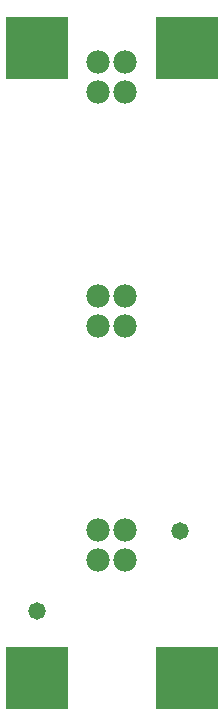
<source format=gbs>
G04 Layer_Color=16711935*
%FSAX24Y24*%
%MOIN*%
G70*
G01*
G75*
%ADD24R,0.2080X0.2080*%
%ADD25C,0.0780*%
%ADD26C,0.0580*%
D24*
X011500Y032500D02*
D03*
X016500D02*
D03*
Y011500D02*
D03*
X011500D02*
D03*
D25*
X014435Y024237D02*
D03*
X013565D02*
D03*
X014435Y023237D02*
D03*
X013565D02*
D03*
Y015437D02*
D03*
X014435D02*
D03*
X013565Y016437D02*
D03*
X014435D02*
D03*
Y032037D02*
D03*
X013565D02*
D03*
X014435Y031037D02*
D03*
X013565D02*
D03*
D26*
X011500Y013750D02*
D03*
X016281Y016418D02*
D03*
M02*

</source>
